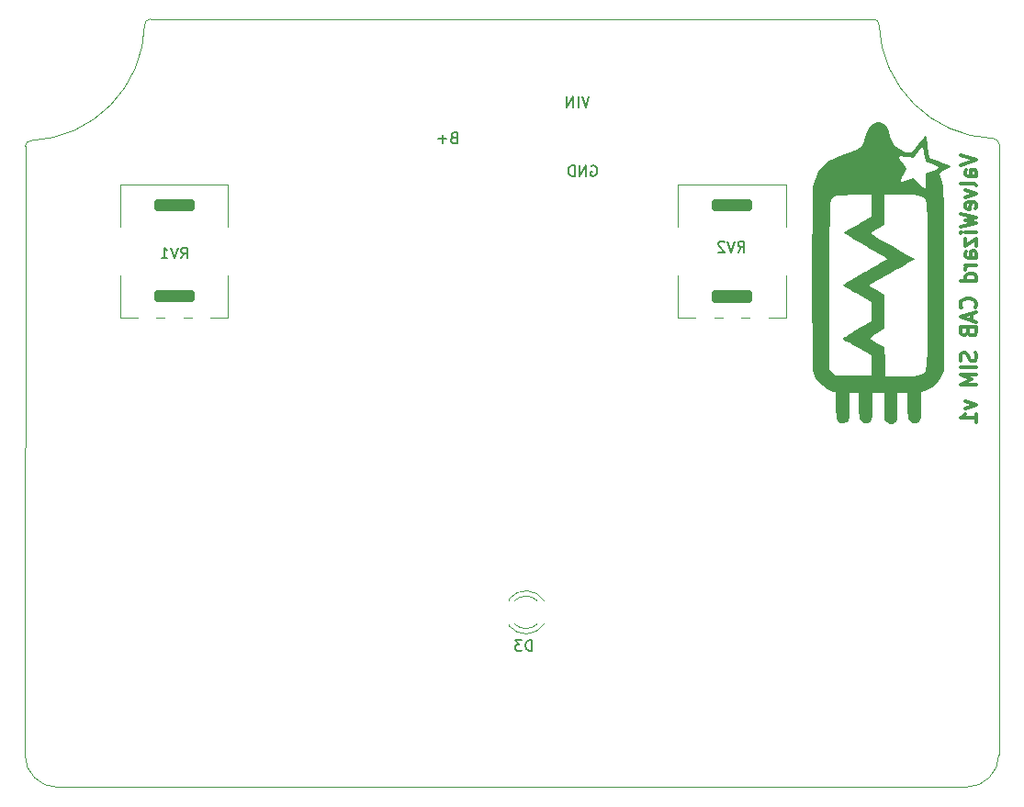
<source format=gbr>
%TF.GenerationSoftware,KiCad,Pcbnew,(6.0.0-0)*%
%TF.CreationDate,2022-01-31T16:21:44-05:00*%
%TF.ProjectId,Valve Wizard Cab Sim,56616c76-6520-4576-997a-617264204361,rev?*%
%TF.SameCoordinates,PX187ff90PY69be500*%
%TF.FileFunction,Legend,Bot*%
%TF.FilePolarity,Positive*%
%FSLAX46Y46*%
G04 Gerber Fmt 4.6, Leading zero omitted, Abs format (unit mm)*
G04 Created by KiCad (PCBNEW (6.0.0-0)) date 2022-01-31 16:21:44*
%MOMM*%
%LPD*%
G01*
G04 APERTURE LIST*
%TA.AperFunction,Profile*%
%ADD10C,0.100000*%
%TD*%
%ADD11C,0.300000*%
%ADD12C,0.150000*%
%ADD13C,0.120000*%
%TA.AperFunction,Profile*%
%ADD14C,0.500000*%
%TD*%
G04 APERTURE END LIST*
D10*
X5360000Y11071320D02*
G75*
G03*
X8360000Y8071320I3000001J1D01*
G01*
X95150000Y67390000D02*
G75*
G03*
X94640000Y67900000I-510002J-2D01*
G01*
X5900624Y67700072D02*
G75*
G03*
X5390624Y67190072I2J-510002D01*
G01*
X5360000Y11071320D02*
X5390624Y67190072D01*
X16910624Y78900073D02*
G75*
G03*
X16400624Y78410696I-1J-510434D01*
G01*
X84098752Y78389376D02*
G75*
G03*
X83588752Y78899376I-510002J-2D01*
G01*
X92140000Y8071320D02*
X8360000Y8071320D01*
X5900624Y67700072D02*
G75*
G03*
X16400624Y78410696I-473508J10966267D01*
G01*
X92140000Y8071320D02*
G75*
G03*
X95140000Y11071320I-1J3000001D01*
G01*
X84098752Y78389376D02*
G75*
G03*
X94640000Y67900000I10950523J463299D01*
G01*
X95150000Y67390000D02*
X95140000Y11071320D01*
X16910624Y78900072D02*
X83588752Y78899376D01*
D11*
X91587571Y66355000D02*
X93087571Y65896667D01*
X91587571Y65438334D01*
X93087571Y64390715D02*
X92301857Y64390715D01*
X92159000Y64456191D01*
X92087571Y64587143D01*
X92087571Y64849048D01*
X92159000Y64980000D01*
X93016142Y64390715D02*
X93087571Y64521667D01*
X93087571Y64849048D01*
X93016142Y64980000D01*
X92873285Y65045477D01*
X92730428Y65045477D01*
X92587571Y64980000D01*
X92516142Y64849048D01*
X92516142Y64521667D01*
X92444714Y64390715D01*
X93087571Y63539524D02*
X93016142Y63670477D01*
X92873285Y63735953D01*
X91587571Y63735953D01*
X92087571Y63146667D02*
X93087571Y62819286D01*
X92087571Y62491905D01*
X93016142Y61444286D02*
X93087571Y61575239D01*
X93087571Y61837143D01*
X93016142Y61968096D01*
X92873285Y62033572D01*
X92301857Y62033572D01*
X92159000Y61968096D01*
X92087571Y61837143D01*
X92087571Y61575239D01*
X92159000Y61444286D01*
X92301857Y61378810D01*
X92444714Y61378810D01*
X92587571Y62033572D01*
X91587571Y60920477D02*
X93087571Y60593096D01*
X92016142Y60331191D01*
X93087571Y60069286D01*
X91587571Y59741905D01*
X93087571Y59218096D02*
X92087571Y59218096D01*
X91587571Y59218096D02*
X91659000Y59283572D01*
X91730428Y59218096D01*
X91659000Y59152620D01*
X91587571Y59218096D01*
X91730428Y59218096D01*
X92087571Y58694286D02*
X92087571Y57974048D01*
X93087571Y58694286D01*
X93087571Y57974048D01*
X93087571Y56860953D02*
X92301857Y56860953D01*
X92159000Y56926429D01*
X92087571Y57057381D01*
X92087571Y57319286D01*
X92159000Y57450239D01*
X93016142Y56860953D02*
X93087571Y56991905D01*
X93087571Y57319286D01*
X93016142Y57450239D01*
X92873285Y57515715D01*
X92730428Y57515715D01*
X92587571Y57450239D01*
X92516142Y57319286D01*
X92516142Y56991905D01*
X92444714Y56860953D01*
X93087571Y56206191D02*
X92087571Y56206191D01*
X92373285Y56206191D02*
X92230428Y56140715D01*
X92159000Y56075239D01*
X92087571Y55944286D01*
X92087571Y55813334D01*
X93087571Y54765715D02*
X91587571Y54765715D01*
X93016142Y54765715D02*
X93087571Y54896667D01*
X93087571Y55158572D01*
X93016142Y55289524D01*
X92944714Y55355000D01*
X92801857Y55420477D01*
X92373285Y55420477D01*
X92230428Y55355000D01*
X92159000Y55289524D01*
X92087571Y55158572D01*
X92087571Y54896667D01*
X92159000Y54765715D01*
X92944714Y52277620D02*
X93016142Y52343096D01*
X93087571Y52539524D01*
X93087571Y52670477D01*
X93016142Y52866905D01*
X92873285Y52997858D01*
X92730428Y53063334D01*
X92444714Y53128810D01*
X92230428Y53128810D01*
X91944714Y53063334D01*
X91801857Y52997858D01*
X91659000Y52866905D01*
X91587571Y52670477D01*
X91587571Y52539524D01*
X91659000Y52343096D01*
X91730428Y52277620D01*
X92659000Y51753810D02*
X92659000Y51099048D01*
X93087571Y51884762D02*
X91587571Y51426429D01*
X93087571Y50968096D01*
X92301857Y50051429D02*
X92373285Y49855000D01*
X92444714Y49789524D01*
X92587571Y49724048D01*
X92801857Y49724048D01*
X92944714Y49789524D01*
X93016142Y49855000D01*
X93087571Y49985953D01*
X93087571Y50509762D01*
X91587571Y50509762D01*
X91587571Y50051429D01*
X91659000Y49920477D01*
X91730428Y49855000D01*
X91873285Y49789524D01*
X92016142Y49789524D01*
X92159000Y49855000D01*
X92230428Y49920477D01*
X92301857Y50051429D01*
X92301857Y50509762D01*
X93016142Y48152620D02*
X93087571Y47956191D01*
X93087571Y47628810D01*
X93016142Y47497858D01*
X92944714Y47432381D01*
X92801857Y47366905D01*
X92659000Y47366905D01*
X92516142Y47432381D01*
X92444714Y47497858D01*
X92373285Y47628810D01*
X92301857Y47890715D01*
X92230428Y48021667D01*
X92159000Y48087143D01*
X92016142Y48152620D01*
X91873285Y48152620D01*
X91730428Y48087143D01*
X91659000Y48021667D01*
X91587571Y47890715D01*
X91587571Y47563334D01*
X91659000Y47366905D01*
X93087571Y46777620D02*
X91587571Y46777620D01*
X93087571Y46122858D02*
X91587571Y46122858D01*
X92659000Y45664524D01*
X91587571Y45206191D01*
X93087571Y45206191D01*
X92087571Y43634762D02*
X93087571Y43307381D01*
X92087571Y42980000D01*
X93087571Y41735953D02*
X93087571Y42521667D01*
X93087571Y42128810D02*
X91587571Y42128810D01*
X91801857Y42259762D01*
X91944714Y42390715D01*
X92016142Y42521667D01*
D12*
X57545904Y65372000D02*
X57641142Y65419620D01*
X57784000Y65419620D01*
X57926857Y65372000D01*
X58022095Y65276762D01*
X58069714Y65181524D01*
X58117333Y64991048D01*
X58117333Y64848191D01*
X58069714Y64657715D01*
X58022095Y64562477D01*
X57926857Y64467239D01*
X57784000Y64419620D01*
X57688761Y64419620D01*
X57545904Y64467239D01*
X57498285Y64514858D01*
X57498285Y64848191D01*
X57688761Y64848191D01*
X57069714Y64419620D02*
X57069714Y65419620D01*
X56498285Y64419620D01*
X56498285Y65419620D01*
X56022095Y64419620D02*
X56022095Y65419620D01*
X55784000Y65419620D01*
X55641142Y65372000D01*
X55545904Y65276762D01*
X55498285Y65181524D01*
X55450666Y64991048D01*
X55450666Y64848191D01*
X55498285Y64657715D01*
X55545904Y64562477D01*
X55641142Y64467239D01*
X55784000Y64419620D01*
X56022095Y64419620D01*
X57371238Y71769620D02*
X57037904Y70769620D01*
X56704571Y71769620D01*
X56371238Y70769620D02*
X56371238Y71769620D01*
X55895047Y70769620D02*
X55895047Y71769620D01*
X55323619Y70769620D01*
X55323619Y71769620D01*
X44885619Y67991429D02*
X44742761Y67943810D01*
X44695142Y67896191D01*
X44647523Y67800953D01*
X44647523Y67658096D01*
X44695142Y67562858D01*
X44742761Y67515239D01*
X44838000Y67467620D01*
X45218952Y67467620D01*
X45218952Y68467620D01*
X44885619Y68467620D01*
X44790380Y68420000D01*
X44742761Y68372381D01*
X44695142Y68277143D01*
X44695142Y68181905D01*
X44742761Y68086667D01*
X44790380Y68039048D01*
X44885619Y67991429D01*
X45218952Y67991429D01*
X44218952Y67848572D02*
X43457047Y67848572D01*
X43838000Y67467620D02*
X43838000Y68229524D01*
%TO.C,RV2*%
X71095238Y57427620D02*
X71428571Y57903810D01*
X71666666Y57427620D02*
X71666666Y58427620D01*
X71285714Y58427620D01*
X71190476Y58380000D01*
X71142857Y58332381D01*
X71095238Y58237143D01*
X71095238Y58094286D01*
X71142857Y57999048D01*
X71190476Y57951429D01*
X71285714Y57903810D01*
X71666666Y57903810D01*
X70809523Y58427620D02*
X70476190Y57427620D01*
X70142857Y58427620D01*
X69857142Y58332381D02*
X69809523Y58380000D01*
X69714285Y58427620D01*
X69476190Y58427620D01*
X69380952Y58380000D01*
X69333333Y58332381D01*
X69285714Y58237143D01*
X69285714Y58141905D01*
X69333333Y57999048D01*
X69904761Y57427620D01*
X69285714Y57427620D01*
%TO.C,D3*%
X52088095Y20647620D02*
X52088095Y21647620D01*
X51850000Y21647620D01*
X51707142Y21600000D01*
X51611904Y21504762D01*
X51564285Y21409524D01*
X51516666Y21219048D01*
X51516666Y21076191D01*
X51564285Y20885715D01*
X51611904Y20790477D01*
X51707142Y20695239D01*
X51850000Y20647620D01*
X52088095Y20647620D01*
X51183333Y21647620D02*
X50564285Y21647620D01*
X50897619Y21266667D01*
X50754761Y21266667D01*
X50659523Y21219048D01*
X50611904Y21171429D01*
X50564285Y21076191D01*
X50564285Y20838096D01*
X50611904Y20742858D01*
X50659523Y20695239D01*
X50754761Y20647620D01*
X51040476Y20647620D01*
X51135714Y20695239D01*
X51183333Y20742858D01*
%TO.C,RV1*%
X19745238Y56837620D02*
X20078571Y57313810D01*
X20316666Y56837620D02*
X20316666Y57837620D01*
X19935714Y57837620D01*
X19840476Y57790000D01*
X19792857Y57742381D01*
X19745238Y57647143D01*
X19745238Y57504286D01*
X19792857Y57409048D01*
X19840476Y57361429D01*
X19935714Y57313810D01*
X20316666Y57313810D01*
X19459523Y57837620D02*
X19126190Y56837620D01*
X18792857Y57837620D01*
X17935714Y56837620D02*
X18507142Y56837620D01*
X18221428Y56837620D02*
X18221428Y57837620D01*
X18316666Y57694762D01*
X18411904Y57599524D01*
X18507142Y57551905D01*
%TO.C,REF\u002A\u002A*%
G36*
X85809735Y43195245D02*
G01*
X85809623Y42990116D01*
X85806914Y42566242D01*
X85797247Y42269847D01*
X85776268Y42070773D01*
X85739622Y41938865D01*
X85682957Y41843963D01*
X85601916Y41755912D01*
X85601748Y41755743D01*
X85358483Y41583440D01*
X85116810Y41573134D01*
X84847486Y41723572D01*
X84624401Y41899050D01*
X84624401Y44426760D01*
X83523734Y44426760D01*
X83521042Y43220260D01*
X83520046Y42996316D01*
X83510856Y42530001D01*
X83486216Y42195698D01*
X83438726Y41966629D01*
X83360986Y41816017D01*
X83245595Y41717086D01*
X83085152Y41643058D01*
X82821071Y41616880D01*
X82559969Y41732110D01*
X82362485Y41973095D01*
X82338307Y42038734D01*
X82293018Y42309454D01*
X82264979Y42734786D01*
X82254983Y43304927D01*
X82253734Y44426760D01*
X81407068Y44426760D01*
X81407068Y43287744D01*
X81400954Y42843339D01*
X81381391Y42424835D01*
X81350564Y42112277D01*
X81310731Y41937292D01*
X81288748Y41894659D01*
X81090778Y41697604D01*
X80823615Y41612898D01*
X80551474Y41663685D01*
X80410337Y41753366D01*
X80295958Y41889993D01*
X80217939Y42091727D01*
X80169908Y42384536D01*
X80145491Y42794391D01*
X80138316Y43347260D01*
X80135325Y43775491D01*
X80124494Y44130252D01*
X80103698Y44356589D01*
X80102796Y44359871D01*
X80070781Y44476361D01*
X80023591Y44511427D01*
X79896468Y44546584D01*
X79668061Y44640210D01*
X79389020Y44771821D01*
X79162897Y44897915D01*
X78659016Y45306421D01*
X78280869Y45827758D01*
X78031008Y46458760D01*
X78026610Y46482471D01*
X78019412Y46576644D01*
X79544401Y46576644D01*
X79823599Y46306036D01*
X80102796Y46035427D01*
X83444614Y46035427D01*
X83396734Y47924165D01*
X82266579Y48541845D01*
X82086070Y48640790D01*
X81685469Y48862440D01*
X81336460Y49058283D01*
X81071474Y49210031D01*
X80922944Y49299402D01*
X80709465Y49439279D01*
X80952433Y49602966D01*
X81003691Y49636120D01*
X81214921Y49765191D01*
X81526322Y49949958D01*
X81904792Y50170888D01*
X82317234Y50408446D01*
X83439068Y51050239D01*
X83439068Y52794750D01*
X82110843Y53547929D01*
X81720071Y53772617D01*
X81340700Y53997536D01*
X81037142Y54184949D01*
X80833472Y54319957D01*
X80790034Y54356855D01*
X83168429Y54356855D01*
X83451915Y54187083D01*
X83590025Y54105950D01*
X83878962Y53940784D01*
X84179815Y53772869D01*
X84624229Y53528427D01*
X84623019Y52004427D01*
X84619985Y51558577D01*
X84610989Y51113431D01*
X84597171Y50750976D01*
X84579665Y50500090D01*
X84559605Y50389654D01*
X84539755Y50368162D01*
X84401293Y50257714D01*
X84170064Y50094200D01*
X83883568Y49904528D01*
X83769484Y49830014D01*
X83513879Y49652797D01*
X83336279Y49514493D01*
X83269734Y49440108D01*
X83286235Y49415936D01*
X83416022Y49318736D01*
X83646843Y49176353D01*
X83944942Y49010275D01*
X84620150Y48650509D01*
X84643442Y47321801D01*
X84666734Y45993094D01*
X86089186Y45969860D01*
X86133547Y45969144D01*
X86662170Y45962989D01*
X87054682Y45965471D01*
X87341963Y45979007D01*
X87554891Y46006014D01*
X87724348Y46048909D01*
X87881212Y46110107D01*
X87892759Y46115163D01*
X88006324Y46160506D01*
X88106322Y46198895D01*
X88193611Y46240701D01*
X88269048Y46296294D01*
X88333493Y46376042D01*
X88387803Y46490315D01*
X88432837Y46649483D01*
X88469453Y46863916D01*
X88498508Y47143983D01*
X88520862Y47500054D01*
X88537372Y47942498D01*
X88548896Y48481685D01*
X88556293Y49127985D01*
X88560420Y49891766D01*
X88562137Y50783400D01*
X88562300Y51813255D01*
X88561769Y52991702D01*
X88561401Y54329108D01*
X88561401Y54362662D01*
X88561208Y55670818D01*
X88560514Y56820508D01*
X88559123Y57822343D01*
X88556839Y58686934D01*
X88553468Y59424893D01*
X88548815Y60046831D01*
X88542683Y60563359D01*
X88534877Y60985088D01*
X88525202Y61322630D01*
X88513463Y61586595D01*
X88499464Y61787596D01*
X88483010Y61936244D01*
X88463906Y62043149D01*
X88441956Y62118922D01*
X88416964Y62174177D01*
X88403223Y62198833D01*
X88373179Y62242795D01*
X88286827Y62369148D01*
X88141089Y62497972D01*
X87942709Y62590877D01*
X87668387Y62653435D01*
X87294824Y62691220D01*
X86798719Y62709804D01*
X86156772Y62714760D01*
X84624401Y62714760D01*
X84623105Y61381260D01*
X84621553Y61109452D01*
X84613356Y60676745D01*
X84599372Y60319836D01*
X84580991Y60069899D01*
X84559605Y59958112D01*
X84550988Y59948043D01*
X84427539Y59854308D01*
X84203781Y59712495D01*
X83921118Y59549127D01*
X83853839Y59511136D01*
X83599996Y59352901D01*
X83428682Y59221617D01*
X83373913Y59142557D01*
X83444900Y59084587D01*
X83645483Y58954347D01*
X83955723Y58764862D01*
X84355901Y58527958D01*
X84826299Y58255460D01*
X85347196Y57959194D01*
X85838680Y57681136D01*
X86317379Y57408289D01*
X86729181Y57171453D01*
X87053881Y56982321D01*
X87271273Y56852583D01*
X87361149Y56793931D01*
X87362585Y56791578D01*
X87301237Y56725664D01*
X87113389Y56595768D01*
X86820605Y56415233D01*
X86444448Y56197406D01*
X86006482Y55955628D01*
X85609399Y55740051D01*
X85094672Y55457632D01*
X84606862Y55186978D01*
X84186783Y54950761D01*
X83875248Y54771656D01*
X83168429Y54356855D01*
X80790034Y54356855D01*
X80753767Y54387662D01*
X80754096Y54391588D01*
X80836897Y54462974D01*
X81047893Y54601575D01*
X81368474Y54796315D01*
X81780035Y55036118D01*
X82263965Y55309909D01*
X82801658Y55606611D01*
X82876885Y55647660D01*
X83409742Y55940212D01*
X83888011Y56205831D01*
X84292815Y56433804D01*
X84605277Y56613417D01*
X84806517Y56733959D01*
X84877660Y56784716D01*
X84865256Y56797427D01*
X84740216Y56881666D01*
X84497742Y57031332D01*
X84159022Y57233701D01*
X83745244Y57476049D01*
X83277594Y57745651D01*
X82896665Y57964019D01*
X82289944Y58314216D01*
X81811658Y58594427D01*
X81449016Y58812604D01*
X81189227Y58976697D01*
X81019500Y59094654D01*
X80927044Y59174427D01*
X80899068Y59223964D01*
X80911256Y59240854D01*
X81035450Y59330774D01*
X81272378Y59476837D01*
X81595573Y59663113D01*
X81978568Y59873674D01*
X82114047Y59946667D01*
X82506717Y60159418D01*
X82848582Y60346327D01*
X83106810Y60489379D01*
X83248568Y60570557D01*
X83306239Y60609443D01*
X83368117Y60679576D01*
X83407067Y60793054D01*
X83428360Y60981372D01*
X83437270Y61276023D01*
X83439068Y61708503D01*
X83439068Y62730343D01*
X81809234Y62700561D01*
X81451662Y62693376D01*
X80914318Y62677018D01*
X80510245Y62651976D01*
X80216112Y62612878D01*
X80008582Y62554350D01*
X79864323Y62471020D01*
X79759999Y62357512D01*
X79672278Y62208455D01*
X79668318Y62200360D01*
X79646605Y62135783D01*
X79627530Y62034919D01*
X79610928Y61887535D01*
X79596635Y61683395D01*
X79584485Y61412265D01*
X79574314Y61063911D01*
X79565957Y60628100D01*
X79559249Y60094595D01*
X79554026Y59453164D01*
X79550121Y58693572D01*
X79547371Y57805585D01*
X79545611Y56778968D01*
X79544676Y55603486D01*
X79544401Y54268907D01*
X79544401Y46576644D01*
X78019412Y46576644D01*
X78012437Y46667911D01*
X77999544Y47004085D01*
X77987934Y47476613D01*
X77977607Y48071118D01*
X77968567Y48773219D01*
X77960816Y49568539D01*
X77954355Y50442698D01*
X77949188Y51381318D01*
X77945316Y52370019D01*
X77942741Y53394422D01*
X77941467Y54440150D01*
X77941495Y55492822D01*
X77942826Y56538060D01*
X77945465Y57561485D01*
X77949412Y58548718D01*
X77954670Y59485380D01*
X77961242Y60357093D01*
X77969129Y61149477D01*
X77978334Y61848154D01*
X77988858Y62438745D01*
X78000705Y62906870D01*
X78013876Y63238151D01*
X78028374Y63418209D01*
X78208666Y64163143D01*
X78517382Y64820902D01*
X78957099Y65381284D01*
X79532664Y65849179D01*
X80091555Y66145921D01*
X85987920Y66145921D01*
X86075729Y65964813D01*
X86266523Y65680684D01*
X86648259Y65132940D01*
X86339480Y64561256D01*
X86307411Y64500979D01*
X86176606Y64231333D01*
X86098270Y64028267D01*
X86088398Y63931875D01*
X86090861Y63929898D01*
X86203774Y63927575D01*
X86428354Y63969822D01*
X86718748Y64048178D01*
X87291401Y64222178D01*
X87801679Y63722469D01*
X87889024Y63637800D01*
X88116657Y63425802D01*
X88288667Y63278166D01*
X88373179Y63222760D01*
X88383854Y63233630D01*
X88409683Y63363592D01*
X88427659Y63609476D01*
X88434401Y63932132D01*
X88434401Y64641504D01*
X89070239Y64926965D01*
X89308581Y65037311D01*
X89523835Y65159490D01*
X89594726Y65258866D01*
X89516683Y65352915D01*
X89285135Y65459115D01*
X88895509Y65594944D01*
X88365362Y65771365D01*
X88306142Y66281609D01*
X88276755Y66509551D01*
X88230123Y66806949D01*
X88187992Y67012198D01*
X88161639Y67097329D01*
X88119808Y67142358D01*
X88047315Y67099925D01*
X87920686Y66953900D01*
X87716448Y66688152D01*
X87657553Y66610401D01*
X87475400Y66369264D01*
X87345734Y66196578D01*
X87293514Y66125546D01*
X87293382Y66125367D01*
X87208853Y66128636D01*
X87002047Y66153788D01*
X86716986Y66195483D01*
X86482197Y66230867D01*
X86177175Y66262972D01*
X86017076Y66239982D01*
X85987920Y66145921D01*
X80091555Y66145921D01*
X80248927Y66229477D01*
X81110734Y66527069D01*
X81600427Y66674401D01*
X82022842Y66845124D01*
X82329937Y67043206D01*
X82549856Y67293410D01*
X82710743Y67620499D01*
X82840744Y68049236D01*
X82960822Y68462146D01*
X83116621Y68825130D01*
X83302470Y69074441D01*
X83536054Y69240379D01*
X83567754Y69256297D01*
X83910225Y69380866D01*
X84206735Y69374663D01*
X84514457Y69237521D01*
X84682659Y69113771D01*
X84871889Y68881299D01*
X85015343Y68552565D01*
X85132689Y68091094D01*
X85242182Y67686924D01*
X85423510Y67342378D01*
X85697586Y67082559D01*
X86098999Y66863528D01*
X86375599Y66739545D01*
X86664191Y66623197D01*
X86878641Y66580345D01*
X87055364Y66622383D01*
X87230778Y66760708D01*
X87441299Y67006713D01*
X87723344Y67371795D01*
X87758301Y67417021D01*
X88004299Y67725803D01*
X88211599Y67970135D01*
X88359312Y68126290D01*
X88426545Y68170536D01*
X88427029Y68170021D01*
X88456772Y68067990D01*
X88500102Y67833006D01*
X88551279Y67499524D01*
X88604563Y67102002D01*
X88732391Y66082628D01*
X89662896Y65752624D01*
X90008777Y65629777D01*
X90343532Y65510495D01*
X90593156Y65421116D01*
X90720401Y65374941D01*
X90730534Y65369603D01*
X90703576Y65305085D01*
X90530921Y65191904D01*
X90224157Y65037929D01*
X89912850Y64886356D01*
X89731595Y64775494D01*
X89657349Y64686522D01*
X89664678Y64599511D01*
X89724561Y64462847D01*
X89785674Y64326391D01*
X89839477Y64200694D01*
X89886434Y64075162D01*
X89927008Y63939202D01*
X89961663Y63782219D01*
X89990864Y63593622D01*
X90015073Y63362815D01*
X90034756Y63079205D01*
X90050375Y62732199D01*
X90062395Y62311203D01*
X90071279Y61805624D01*
X90077491Y61204867D01*
X90081496Y60498340D01*
X90083756Y59675448D01*
X90084736Y58725598D01*
X90084900Y57638197D01*
X90084712Y56402651D01*
X90084634Y55008365D01*
X90085401Y46497637D01*
X89806413Y45930879D01*
X89735385Y45793385D01*
X89405719Y45310334D01*
X88993137Y44946828D01*
X88457686Y44665380D01*
X88011068Y44480267D01*
X88008375Y43247014D01*
X88007064Y42975292D01*
X87997281Y42516048D01*
X87972034Y42186995D01*
X87924128Y41961650D01*
X87846366Y41813534D01*
X87731550Y41716163D01*
X87572486Y41643058D01*
X87308404Y41616880D01*
X87047302Y41732110D01*
X86849818Y41973095D01*
X86825641Y42038734D01*
X86780351Y42309454D01*
X86752312Y42734786D01*
X86742316Y43304927D01*
X86741068Y44426760D01*
X85809734Y44426760D01*
X85809735Y43195245D01*
G37*
D13*
%TO.C,RV2*%
X65570000Y51380103D02*
X65570000Y55245103D01*
X65570000Y59755103D02*
X65570000Y63620103D01*
X75510000Y63620103D02*
X65570000Y63620103D01*
X67170000Y51380103D02*
X65570000Y51380103D01*
X69669000Y51380103D02*
X68910000Y51380103D01*
X75510000Y51380103D02*
X75510000Y55245103D01*
X75510000Y51380103D02*
X73911000Y51380103D01*
X75510000Y59755103D02*
X75510000Y63620103D01*
X72169000Y51380103D02*
X71410000Y51380103D01*
D14*
X68940000Y53020103D02*
X72140000Y53020103D01*
X72140000Y53020103D02*
X72140000Y53620103D01*
X72140000Y53620103D02*
X68940000Y53620103D01*
X68940000Y53620103D02*
X68940000Y53020103D01*
G36*
X68940000Y53020103D02*
G01*
X72140000Y53020103D01*
X72140000Y53620103D01*
X68940000Y53620103D01*
X68940000Y53020103D01*
G37*
X68940000Y61420103D02*
X72140000Y61420103D01*
X72140000Y61420103D02*
X72140000Y62020103D01*
X72140000Y62020103D02*
X68940000Y62020103D01*
X68940000Y62020103D02*
X68940000Y61420103D01*
G36*
X68940000Y61420103D02*
G01*
X72140000Y61420103D01*
X72140000Y62020103D01*
X68940000Y62020103D01*
X68940000Y61420103D01*
G37*
D13*
%TO.C,D3*%
X49985000Y22964000D02*
X49985000Y23120000D01*
X49985000Y25280000D02*
X49985000Y25436000D01*
X49985000Y22964484D02*
G75*
G03*
X53217335Y23121392I1560000J1235517D01*
G01*
X53217335Y25278608D02*
G75*
G03*
X49985000Y25435516I-1672335J-1078609D01*
G01*
X50504039Y23120000D02*
G75*
G03*
X52586130Y23120163I1040961J1080000D01*
G01*
X52586130Y25279837D02*
G75*
G03*
X50504039Y25280000I-1041130J-1079837D01*
G01*
%TO.C,RV1*%
X18249000Y51390000D02*
X17490000Y51390000D01*
X14150000Y59765000D02*
X14150000Y63630000D01*
X24090000Y51390000D02*
X24090000Y55255000D01*
X15750000Y51390000D02*
X14150000Y51390000D01*
X14150000Y51390000D02*
X14150000Y55255000D01*
X24090000Y59765000D02*
X24090000Y63630000D01*
X24090000Y63630000D02*
X14150000Y63630000D01*
X20749000Y51390000D02*
X19990000Y51390000D01*
X24090000Y51390000D02*
X22491000Y51390000D01*
D14*
X17520000Y61430000D02*
X20720000Y61430000D01*
X20720000Y61430000D02*
X20720000Y62030000D01*
X20720000Y62030000D02*
X17520000Y62030000D01*
X17520000Y62030000D02*
X17520000Y61430000D01*
G36*
X17520000Y61430000D02*
G01*
X20720000Y61430000D01*
X20720000Y62030000D01*
X17520000Y62030000D01*
X17520000Y61430000D01*
G37*
X17520000Y53030000D02*
X20720000Y53030000D01*
X20720000Y53030000D02*
X20720000Y53630000D01*
X20720000Y53630000D02*
X17520000Y53630000D01*
X17520000Y53630000D02*
X17520000Y53030000D01*
G36*
X17520000Y53030000D02*
G01*
X20720000Y53030000D01*
X20720000Y53630000D01*
X17520000Y53630000D01*
X17520000Y53030000D01*
G37*
%TD*%
M02*

</source>
